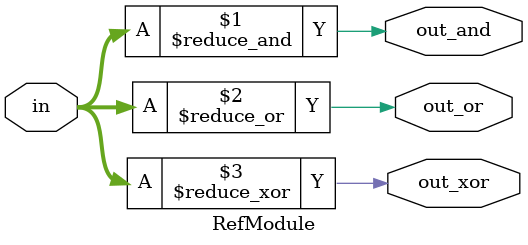
<source format=sv>

module RefModule (
  input [3:0] in,
  output out_and,
  output out_or,
  output out_xor
);

  assign out_and = &in;
  assign out_or = |in;
  assign out_xor = ^in;

endmodule

</source>
